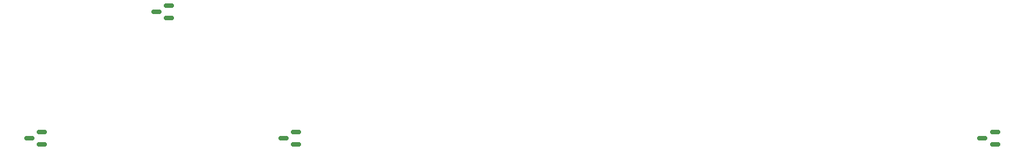
<source format=gbr>
%TF.GenerationSoftware,KiCad,Pcbnew,7.0.9*%
%TF.CreationDate,2024-01-30T16:44:38+01:00*%
%TF.ProjectId,tm-gamepad,746d2d67-616d-4657-9061-642e6b696361,rev?*%
%TF.SameCoordinates,Original*%
%TF.FileFunction,Paste,Bot*%
%TF.FilePolarity,Positive*%
%FSLAX46Y46*%
G04 Gerber Fmt 4.6, Leading zero omitted, Abs format (unit mm)*
G04 Created by KiCad (PCBNEW 7.0.9) date 2024-01-30 16:44:38*
%MOMM*%
%LPD*%
G01*
G04 APERTURE LIST*
G04 Aperture macros list*
%AMRoundRect*
0 Rectangle with rounded corners*
0 $1 Rounding radius*
0 $2 $3 $4 $5 $6 $7 $8 $9 X,Y pos of 4 corners*
0 Add a 4 corners polygon primitive as box body*
4,1,4,$2,$3,$4,$5,$6,$7,$8,$9,$2,$3,0*
0 Add four circle primitives for the rounded corners*
1,1,$1+$1,$2,$3*
1,1,$1+$1,$4,$5*
1,1,$1+$1,$6,$7*
1,1,$1+$1,$8,$9*
0 Add four rect primitives between the rounded corners*
20,1,$1+$1,$2,$3,$4,$5,0*
20,1,$1+$1,$4,$5,$6,$7,0*
20,1,$1+$1,$6,$7,$8,$9,0*
20,1,$1+$1,$8,$9,$2,$3,0*%
G04 Aperture macros list end*
%ADD10RoundRect,0.150000X0.587500X0.150000X-0.587500X0.150000X-0.587500X-0.150000X0.587500X-0.150000X0*%
G04 APERTURE END LIST*
D10*
%TO.C,Front_A3*%
X199812500Y-82595000D03*
X199812500Y-84495000D03*
X197937500Y-83545000D03*
%TD*%
%TO.C,Front_A0*%
X75987500Y-63545000D03*
X75987500Y-65445000D03*
X74112500Y-64495000D03*
%TD*%
%TO.C,Front_A2*%
X93162500Y-83545000D03*
X95037500Y-84495000D03*
X95037500Y-82595000D03*
%TD*%
%TO.C,Front_A1*%
X55062500Y-83545000D03*
X56937500Y-84495000D03*
X56937500Y-82595000D03*
%TD*%
M02*

</source>
